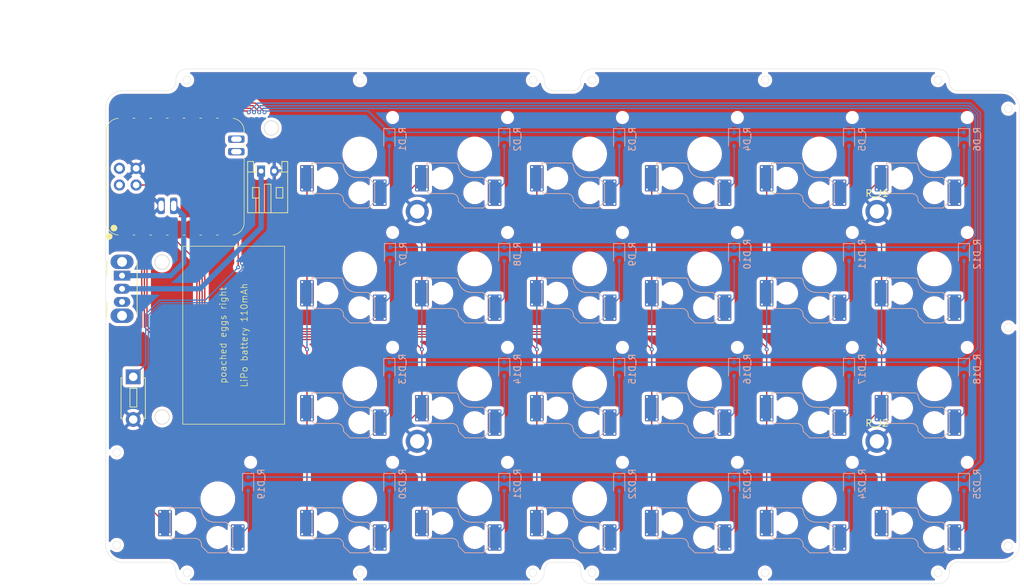
<source format=kicad_pcb>
(kicad_pcb (version 20240108) (generator "pcbnew") (generator_version "8.0")
  (title_block (title "poached_eggs_right") (date "2024-08-18") (rev "0") (company "omuken"))
  (layers (0 "F.Cu" signal) (31 "B.Cu" signal) (34 "B.Paste" user) (35 "F.Paste" user) (36 "B.SilkS" user "B.Silkscreen") (37 "F.SilkS" user "F.Silkscreen") (38 "B.Mask" user) (39 "F.Mask" user) (44 "Edge.Cuts" user))
  (net 0 "")
  (net 1 "Net-(R_D1-A)")
  (net 2 "R_Row0")
  (net 3 "Net-(R_D2-A)")
  (net 4 "Net-(R_D3-A)")
  (net 5 "Net-(R_D4-A)")
  (net 6 "Net-(R_D5-A)")
  (net 7 "Net-(R_D6-A)")
  (net 8 "R_Row1")
  (net 9 "Net-(R_D7-A)")
  (net 10 "Net-(R_D8-A)")
  (net 11 "Net-(R_D9-A)")
  (net 12 "Net-(R_D10-A)")
  (net 13 "Net-(R_D11-A)")
  (net 14 "Net-(R_D12-A)")
  (net 15 "Net-(R_D13-A)")
  (net 16 "R_Row2")
  (net 17 "Net-(R_D14-A)")
  (net 18 "Net-(R_D15-A)")
  (net 19 "Net-(R_D16-A)")
  (net 20 "Net-(R_D17-A)")
  (net 21 "Net-(R_D18-A)")
  (net 22 "Net-(R_D19-A)")
  (net 23 "R_Row3")
  (net 24 "Net-(R_D20-A)")
  (net 25 "Net-(R_D21-A)")
  (net 26 "Net-(R_D22-A)")
  (net 27 "Net-(R_D23-A)")
  (net 28 "Net-(R_D24-A)")
  (net 29 "Net-(R_D25-A)")
  (net 30 "R_GND")
  (net 31 "Net-(R_J_LiPo1-Pin_1)")
  (net 32 "Col8")
  (net 33 "Col9")
  (net 34 "Col10")
  (net 35 "Col11")
  (net 36 "Col12")
  (net 37 "Col13")
  (net 38 "Col7")
  (net 40 "R_Bat+")
  (net 41 "R_Reset")
  (net 47 "R_VCC")
  (footprint "Button_Switch_THT:SW_PUSH_1P1T_6x3.5mm_H4.3_APEM_MJTP1243_3d" (layer "F.Cu") (at 44.2 101.88 -90)
    (property "Reference" "R_SW_Reset1" (hide yes))
    (property "Value" "SW_PUSH")
  )
  (footprint "Button_Switch_THT:SW_Slide_SPDT_Angled_CK_OS102011MA1Q" (layer "F.Cu") (at 42.5 86.475 -90)
    (property "Reference" "R_SW_LiPo1" (hide yes))
    (property "Value" "SW_SPDT")
  )
  (footprint "MountingHole:MountingHole_2.2mm_M2_ISO7380_Pad" (layer "F.Cu") (at 157.45 76.7)
    (property "Reference" "R_J1")
    (property "Value" "Conn_01x01")
  )
  (footprint "Connectors_JST:JST_PH_S2B-PH-K_02x2.00mm_Angled_3d_wegg" (layer "F.Cu") (at 63.675 70.5494)
    (property "Reference" "R_J_LiPo1" (hide yes))
    (property "Value" "Conn_01x02" (hide yes))
  )
  (footprint "SeeedStudio_XIAO_nRF52840_v1.1_KiCAD:XIAO-nRF52840-SMD_via" (layer "F.Cu") (at 50.67 71.35 90)
    (property "Reference" "R_U1" (hide yes))
    (property "Value" "XIAO-nRF52840-SMD" (hide yes))
  )
  (footprint "MountingHole:MountingHole_2.2mm_M2_ISO7380_Pad" (layer "F.Cu") (at 87.45 76.7)
    (property "Reference" "R_J3" (hide yes))
    (property "Value" "Conn_01x01")
  )
  (footprint "MountingHole:MountingHole_2.2mm_M2_ISO7380_Pad" (layer "F.Cu") (at 157.45 111.7)
    (property "Reference" "R_J2")
    (property "Value" "Conn_01x01")
  )
  (footprint "MountingHole:MountingHole_2.2mm_M2_ISO7380_Pad" (layer "F.Cu") (at 87.45 111.7)
    (property "Reference" "R_J4" (hide yes))
    (property "Value" "Conn_01x01")
  )
  (footprint "Diode_SMD:D_SOD-323" (layer "B.Cu") (at 135.7 65.7 -90)
    (property "Reference" "R_D4")
    (property "Value" "D")
  )
  (footprint "kbd_SW:Choc_v2_Hotswap_1u_17.5mm" (layer "B.Cu") (at 96.2 120.45 180)
    (property "Reference" "R_SW21" (hide yes))
    (property "Value" "SW_PUSH" (hide yes))
  )
  (footprint "Diode_SMD:D_SOD-323" (layer "B.Cu") (at 153.2 118.2 -90)
    (property "Reference" "R_D24")
    (property "Value" "D")
  )
  (footprint "kbd_SW:Choc_v2_Hotswap_1u_17.5mm" (layer "B.Cu") (at 113.7 67.95 180)
    (property "Reference" "R_SW3" (hide yes))
    (property "Value" "SW_PUSH" (hide yes))
  )
  (footprint "Diode_SMD:D_SOD-323" (layer "B.Cu") (at 118.2 83.2 -90)
    (property "Reference" "R_D9")
    (property "Value" "D")
  )
  (footprint "kbd_SW:Choc_v2_Hotswap_1u_17.5mm" (layer "B.Cu") (at 166.2 120.45 180)
    (property "Reference" "R_SW25" (hide yes))
    (property "Value" "SW_PUSH" (hide yes))
  )
  (footprint "Diode_SMD:D_SOD-323" (layer "B.Cu") (at 170.7 118.2 -90)
    (property "Reference" "R_D25")
    (property "Value" "D")
  )
  (footprint "kbd_SW:Choc_v2_Hotswap_1u_17.5mm" (layer "B.Cu") (at 131.2 120.45 180)
    (property "Reference" "R_SW23" (hide yes))
    (property "Value" "SW_PUSH" (hide yes))
  )
  (footprint "Diode_SMD:D_SOD-323" (layer "B.Cu") (at 83.2 65.7 -90)
    (property "Reference" "R_D1")
    (property "Value" "D")
  )
  (footprint "kbd_SW:Choc_v2_Hotswap_1u_17.5mm" (layer "B.Cu") (at 166.2 67.95 180)
    (property "Reference" "R_SW6" (hide yes))
    (property "Value" "SW_PUSH" (hide yes))
  )
  (footprint "Diode_SMD:D_SOD-323" (layer "B.Cu") (at 100.7 83.2 -90)
    (property "Reference" "R_D8")
    (property "Value" "D")
  )
  (footprint "kbd_SW:Choc_v2_Hotswap_1u_17.5mm" (layer "B.Cu") (at 113.7 102.95 180)
    (property "Reference" "R_SW15" (hide yes))
    (property "Value" "SW_PUSH" (hide yes))
  )
  (footprint "Diode_SMD:D_SOD-323" (layer "B.Cu") (at 153.2 65.7 -90)
    (property "Reference" "R_D5")
    (property "Value" "D")
  )
  (footprint "Diode_SMD:D_SOD-323" (layer "B.Cu") (at 100.7 65.7 -90)
    (property "Reference" "R_D2")
    (property "Value" "D")
  )
  (footprint "kbd_SW:Choc_v2_Hotswap_1u_17.5mm" (layer "B.Cu") (at 131.2 67.95 180)
    (property "Reference" "R_SW4" (hide yes))
    (property "Value" "SW_PUSH" (hide yes))
  )
  (footprint "Diode_SMD:D_SOD-323" (layer "B.Cu") (at 100.7 100.7 -90)
    (property "Reference" "R_D14")
    (property "Value" "D")
  )
  (footprint "Diode_SMD:D_SOD-323" (layer "B.Cu") (at 170.7 65.7 -90)
    (property "Reference" "R_D6")
    (property "Value" "D")
  )
  (footprint "kbd_SW:Choc_v2_Hotswap_1u_17.5mm" (layer "B.Cu") (at 57.08 120.45 180)
    (property "Reference" "R_SW19" (hide yes))
    (property "Value" "SW_PUSH" (hide yes))
  )
  (footprint "kbd_SW:Choc_v2_Hotswap_1u_17.5mm" (layer "B.Cu") (at 166.2 102.95 180)
    (property "Reference" "R_SW18" (hide yes))
    (property "Value" "SW_PUSH" (hide yes))
  )
  (footprint "Diode_SMD:D_SOD-323" (layer "B.Cu") (at 83.2 118.2 -90)
    (property "Reference" "R_D20")
    (property "Value" "D")
  )
  (footprint "kbd_SW:Choc_v2_Hotswap_1u_17.5mm" (layer "B.Cu") (at 148.7 67.95 180)
    (property "Reference" "R_SW5" (hide yes))
    (property "Value" "SW_PUSH" (hide yes))
  )
  (footprint "Diode_SMD:D_SOD-323" (layer "B.Cu") (at 170.7 100.7 -90)
    (property "Reference" "R_D18")
    (property "Value" "D")
  )
  (footprint "Diode_SMD:D_SOD-323" (layer "B.Cu") (at 153.2 100.7 -90)
    (property "Reference" "R_D17")
    (property "Value" "D")
  )
  (footprint "kbd_SW:Choc_v2_Hotswap_1u_17.5mm" (layer "B.Cu") (at 131.2 85.45 180)
    (property "Reference" "R_SW10" (hide yes))
    (property "Value" "SW_PUSH" (hide yes))
  )
  (footprint "kbd_SW:Choc_v2_Hotswap_1u_17.5mm" (layer "B.Cu") (at 78.7 120.45 180)
    (property "Reference" "R_SW20" (hide yes))
    (property "Value" "SW_PUSH" (hide yes))
  )
  (footprint "Diode_SMD:D_SOD-323" (layer "B.Cu") (at 83.3 83.2 -90)
    (property "Reference" "R_D7")
    (property "Value" "D")
  )
  (footprint "Diode_SMD:D_SOD-323" (layer "B.Cu") (at 135.7 100.7 -90)
    (property "Reference" "R_D16")
    (property "Value" "D")
  )
  (footprint "kbd_SW:Choc_v2_Hotswap_1u_17.5mm" (layer "B.Cu") (at 96.2 67.95 180)
    (property "Reference" "R_SW2" (hide yes))
    (property "Value" "SW_PUSH" (hide yes))
  )
  (footprint "kbd_SW:Choc_v2_Hotswap_1u_17.5mm" (layer "B.Cu") (at 78.7 85.45 180)
    (property "Reference" "R_SW7" (hide yes))
    (property "Value" "SW_PUSH" (hide yes))
  )
  (footprint "kbd_SW:Choc_v2_Hotswap_1u_17.5mm" (layer "B.Cu") (at 78.7 102.95 180)
    (property "Reference" "R_SW13" (hide yes))
    (property "Value" "SW_PUSH" (hide yes))
  )
  (footprint "Diode_SMD:D_SOD-323" (layer "B.Cu") (at 100.7 118.2 -90)
    (property "Reference" "R_D21")
    (property "Value" "D")
  )
  (footprint "kbd_SW:Choc_v2_Hotswap_1u_17.5mm" (layer "B.Cu") (at 148.7 102.95 180)
    (property "Reference" "R_SW17" (hide yes))
    (property "Value" "SW_PUSH" (hide yes))
  )
  (footprint "kbd_SW:Choc_v2_Hotswap_1u_17.5mm" (layer "B.Cu") (at 96.2 102.95 180)
    (property "Reference" "R_SW14" (hide yes))
    (property "Value" "SW_PUSH" (hide yes))
  )
  (footprint "Diode_SMD:D_SOD-323" (layer "B.Cu") (at 135.7 83.2 -90)
    (property "Reference" "R_D10")
    (property "Value" "D")
  )
  (footprint "kbd_SW:Choc_v2_Hotswap_1u_17.5mm" (layer "B.Cu") (at 78.7 67.95 180)
    (property "Reference" "R_SW1" (hide yes))
    (property "Value" "SW_PUSH" (hide yes))
  )
  (footprint "Diode_SMD:D_SOD-323" (layer "B.Cu") (at 170.7 83.2 -90)
    (property "Reference" "R_D12")
    (property "Value" "D")
  )
  (footprint "kbd_SW:Choc_v2_Hotswap_1u_17.5mm" (layer "B.Cu") (at 113.7 120.45 180)
    (property "Reference" "R_SW22" (hide yes))
    (property "Value" "SW_PUSH" (hide yes))
  )
  (footprint "kbd_SW:Choc_v2_Hotswap_1u_17.5mm" (layer "B.Cu") (at 113.7 85.45 180)
    (property "Reference" "R_SW9" (hide yes))
    (property "Value" "SW_PUSH" (hide yes))
  )
  (footprint "Diode_SMD:D_SOD-323" (layer "B.Cu") (at 118.2 65.7 -90)
    (property "Reference" "R_D3")
    (property "Value" "D")
  )
  (footprint "Diode_SMD:D_SOD-323" (layer "B.Cu") (at 118.2 100.7 -90)
    (property "Reference" "R_D15")
    (property "Value" "D")
  )
  (footprint "kbd_SW:Choc_v2_Hotswap_1u_17.5mm" (layer "B.Cu") (at 131.2 102.95 180)
    (property "Reference" "R_SW16" (hide yes))
    (property "Value" "SW_PUSH" (hide yes))
  )
  (footprint "Diode_SMD:D_SOD-323" (layer "B.Cu") (at 83.2 100.7 -90)
    (property "Reference" "R_D13")
    (property "Value" "D")
  )
  (footprint "kbd_SW:Choc_v2_Hotswap_1u_17.5mm" (layer "B.Cu") (at 96.2 85.45 180)
    (property "Reference" "R_SW8" (hide yes))
    (property "Value" "SW_PUSH" (hide yes))
  )
  (footprint "Diode_SMD:D_SOD-323" (layer "B.Cu") (at 135.7 118.2 -90)
    (property "Reference" "R_D23")
    (property "Value" "D")
  )
  (footprint "kbd_SW:Choc_v2_Hotswap_1u_17.5mm" (layer "B.Cu") (at 148.7 120.45 180)
    (property "Reference" "R_SW24" (hide yes))
    (property "Value" "SW_PUSH" (hide yes))
  )
  (footprint "Diode_SMD:D_SOD-323" (layer "B.Cu") (at 118.2 118.2 -90)
    (property "Reference" "R_D22")
    (property "Value" "D")
  )
  (footprint "kbd_SW:Choc_v2_Hotswap_1u_17.5mm" (layer "B.Cu") (at 148.7 85.45 180)
    (property "Reference" "R_SW11" (hide yes))
    (property "Value" "SW_PUSH" (hide yes))
  )
  (footprint "Diode_SMD:D_SOD-323" (layer "B.Cu") (at 61.7 118.2 -90)
    (property "Reference" "R_D19")
    (property "Value" "D")
  )
  (footprint "Diode_SMD:D_SOD-323" (layer "B.Cu") (at 153.2 83.2 -90)
    (property "Reference" "R_D11")
    (property "Value" "D")
  )
  (footprint "kbd_SW:Choc_v2_Hotswap_1u_17.5mm" (layer "B.Cu") (at 166.2 85.45 180)
    (property "Reference" "R_SW12" (hide yes))
    (property "Value" "SW_PUSH" (hide yes))
  )
  (gr_line (start 67.2442 82.0004) (end 67.2442 109.1004) (stroke (width 0.1)) (layer "F.SilkS"))
  (gr_line (start 51.7442 82.0004) (end 67.2442 82.0004) (stroke (width 0.1)) (layer "F.SilkS"))
  (gr_line (start 51.7442 109.1004) (end 51.7442 82.0004) (stroke (width 0.1)) (layer "F.SilkS"))
  (gr_line (start 67.2442 109.1004) (end 51.7442 109.1004) (stroke (width 0.1)) (layer "F.SilkS"))
  (gr_circle (center 114.075 56.7) (end 114.675 56.7) (stroke (width 0.05)) (fill none) (layer "Edge.Cuts"))
  (gr_line (start 105.075 55) (end 52.4 55) (stroke (width 0.05)) (layer "Edge.Cuts"))
  (gr_circle (center 48.6 108) (end 49.7 108) (stroke (width 0.1)) (fill none) (layer "Edge.Cuts"))
  (gr_circle (center 177.45 61.05) (end 178.05 61.05) (stroke (width 0.05)) (fill none) (layer "Edge.Cuts"))
  (gr_arc (start 106.775 131.4) (mid 107.155761 130.480761) (end 108.075 130.1) (stroke (width 0.05)) (layer "Edge.Cuts"))
  (gr_arc (start 169.75 58.3) (mid 168.830761 57.919239) (end 168.45 57) (stroke (width 0.05)) (layer "Edge.Cuts"))
  (gr_line (start 112.375 131.4) (end 112.375 131.7) (stroke (width 0.05)) (layer "Edge.Cuts"))
  (gr_line (start 114.075 133.4) (end 166.75 133.4) (stroke (width 0.05)) (layer "Edge.Cuts"))
  (gr_circle (center 140.4125 131.7) (end 141.0125 131.7) (stroke (width 0.05)) (fill none) (layer "Edge.Cuts"))
  (gr_circle (center 48.6 84.4) (end 49.7 84.4) (stroke (width 0.1)) (fill none) (layer "Edge.Cuts"))
  (gr_line (start 50.7 56.7) (end 50.7 57) (stroke (width 0.05)) (layer "Edge.Cuts"))
  (gr_arc (start 50.7 57) (mid 50.319239 57.919239) (end 49.4 58.3) (stroke (width 0.05)) (layer "Edge.Cuts"))
  (gr_circle (center 52.4 56.7) (end 53 56.7) (stroke (width 0.05)) (fill none) (layer "Edge.Cuts"))
  (gr_line (start 108.075 130.1) (end 111.075 130.1) (stroke (width 0.05)) (layer "Edge.Cuts"))
  (gr_circle (center 105.075 131.7) (end 105.675 131.7) (stroke (width 0.05)) (fill none) (layer "Edge.Cuts"))
  (gr_line (start 50.7 131.4) (end 50.7 131.7) (stroke (width 0.05)) (layer "Edge.Cuts"))
  (gr_line (start 112.375 56.7) (end 112.375 57) (stroke (width 0.05)) (layer "Edge.Cuts"))
  (gr_circle (center 166.75 131.7) (end 167.35 131.7) (stroke (width 0.05)) (fill none) (layer "Edge.Cuts"))
  (gr_circle (center 177.45 127.65) (end 178.05 127.65) (stroke (width 0.05)) (fill none) (layer "Edge.Cuts"))
  (gr_arc (start 166.75 55) (mid 167.952082 55.497918) (end 168.45 56.7) (stroke (width 0.05)) (layer "Edge.Cuts"))
  (gr_line (start 111.075 58.3) (end 108.075 58.3) (stroke (width 0.05)) (layer "Edge.Cuts"))
  (gr_arc (start 50.7 56.7) (mid 51.197918 55.497918) (end 52.4 55) (stroke (width 0.05)) (layer "Edge.Cuts"))
  (gr_arc (start 52.4 133.4) (mid 51.197918 132.902082) (end 50.7 131.7) (stroke (width 0.05)) (layer "Edge.Cuts"))
  (gr_line (start 166.75 55) (end 114.075 55) (stroke (width 0.05)) (layer "Edge.Cuts"))
  (gr_arc (start 176.55 58.3) (mid 178.388478 59.061522) (end 179.15 60.9) (stroke (width 0.05)) (layer "Edge.Cuts"))
  (gr_circle (center 78.7375 131.7) (end 79.3375 131.7) (stroke (width 0.05)) (fill none) (layer "Edge.Cuts"))
  (gr_arc (start 106.775 131.7) (mid 106.277082 132.902082) (end 105.075 133.4) (stroke (width 0.05)) (layer "Edge.Cuts"))
  (gr_line (start 49.4 58.3) (end 42.6 58.3) (stroke (width 0.05)) (layer "Edge.Cuts"))
  (gr_line (start 52.4 133.4) (end 105.075 133.4) (stroke (width 0.05)) (layer "Edge.Cuts"))
  (gr_circle (center 41.7 127.5) (end 42.3 127.5) (stroke (width 0.05)) (fill none) (layer "Edge.Cuts"))
  (gr_line (start 168.45 57) (end 168.45 56.7) (stroke (width 0.05)) (layer "Edge.Cuts"))
  (gr_arc (start 108.075 58.3) (mid 107.155761 57.919239) (end 106.775 57) (stroke (width 0.05)) (layer "Edge.Cuts"))
  (gr_arc (start 105.075 55) (mid 106.277082 55.497918) (end 106.775 56.7) (stroke (width 0.05)) (layer "Edge.Cuts"))
  (gr_line (start 179.15 127.5) (end 179.15 60.9) (stroke (width 0.05)) (layer "Edge.Cuts"))
  (gr_arc (start 168.45 131.4) (mid 168.830761 130.480761) (end 169.75 130.1) (stroke (width 0.05)) (layer "Edge.Cuts"))
  (gr_line (start 106.775 131.7) (end 106.775 131.4) (stroke (width 0.05)) (layer "Edge.Cuts"))
  (gr_circle (center 166.75 56.7) (end 167.35 56.7) (stroke (width 0.05)) (fill none) (layer "Edge.Cuts"))
  (gr_circle (center 177.45 94.35) (end 178.05 94.35) (stroke (width 0.05)) (fill none) (layer "Edge.Cuts"))
  (gr_circle (center 41.7 113.4) (end 42.3 113.4) (stroke (width 0.05)) (fill none) (layer "Edge.Cuts"))
  (gr_arc (start 40 60.9) (mid 40.761522 59.061522) (end 42.6 58.3) (stroke (width 0.05)) (layer "Edge.Cuts"))
  (gr_line (start 176.55 58.3) (end 169.75 58.3) (stroke (width 0.05)) (layer "Edge.Cuts"))
  (gr_arc (start 111.075 130.1) (mid 111.994239 130.480761) (end 112.375 131.4) (stroke (width 0.05)) (layer "Edge.Cuts"))
  (gr_arc (start 112.375 56.7) (mid 112.872918 55.497918) (end 114.075 55) (stroke (width 0.05)) (layer "Edge.Cuts"))
  (gr_circle (center 65.23 63.99) (end 66.33 63.99) (stroke (width 0.1)) (fill none) (layer "Edge.Cuts"))
  (gr_line (start 40 60.9) (end 40 127.5) (stroke (width 0.05)) (layer "Edge.Cuts"))
  (gr_arc (start 42.6 130.1) (mid 40.761522 129.338478) (end 40 127.5) (stroke (width 0.05)) (layer "Edge.Cuts"))
  (gr_arc (start 114.075 133.4) (mid 112.872918 132.902082) (end 112.375 131.7) (stroke (width 0.05)) (layer "Edge.Cuts"))
  (gr_circle (center 114.075 131.7) (end 114.675 131.7) (stroke (width 0.05)) (fill none) (layer "Edge.Cuts"))
  (gr_arc (start 168.45 131.7) (mid 167.952082 132.902082) (end 166.75 133.4) (stroke (width 0.05)) (layer "Edge.Cuts"))
  (gr_circle (center 52.4 131.7) (end 53 131.7) (stroke (width 0.05)) (fill none) (layer "Edge.Cuts"))
  (gr_circle (center 78.7375 56.7) (end 79.3375 56.7) (stroke (width 0.05)) (fill none) (layer "Edge.Cuts"))
  (gr_arc (start 112.375 57) (mid 111.994239 57.919239) (end 111.075 58.3) (stroke (width 0.05)) (layer "Edge.Cuts"))
  (gr_circle (center 105.075 56.7) (end 105.675 56.7) (stroke (width 0.05)) (fill none) (layer "Edge.Cuts"))
  (gr_line (start 168.45 131.7) (end 168.45 131.4) (stroke (width 0.05)) (layer "Edge.Cuts"))
  (gr_arc (start 49.4 130.1) (mid 50.319239 130.480761) (end 50.7 131.4) (stroke (width 0.05)) (layer "Edge.Cuts"))
  (gr_line (start 169.75 130.1) (end 176.55 130.1) (stroke (width 0.05)) (layer "Edge.Cuts"))
  (gr_circle (center 140.4125 56.7) (end 141.0125 56.7) (stroke (width 0.05)) (fill none) (layer "Edge.Cuts"))
  (gr_line (start 42.6 130.1) (end 49.4 130.1) (stroke (width 0.05)) (layer "Edge.Cuts"))
  (gr_arc (start 179.15 127.5) (mid 178.388478 129.338478) (end 176.55 130.1) (stroke (width 0.05)) (layer "Edge.Cuts"))
  (gr_line (start 106.775 57) (end 106.775 56.7) (stroke (width 0.05)) (layer "Edge.Cuts"))
  (gr_text "poached eggs right\n\nLiPo battery 110mAh" (at 59.4942 95.5504 90) (layer "F.SilkS") (effects (font (size 1 1) (thickness 0.1))))
  (segment (start 83.2 66.75) (end 83.2 72.3875) (width 0.2) (layer "B.Cu") (net 1))
  (segment (start 83.2 72.3875) (end 81.7375 73.85) (width 0.2) (layer "B.Cu") (net 1))
  (segment (start 52.3 60.2) (end 50.67 61.83) (width 0.2) (layer "F.Cu") (net 2))
  (segment (start 50.67 61.83) (end 50.67 63.295) (width 0.2) (layer "F.Cu") (net 2))
  (segment (start 64.2 61.551471) (end 62.848529 60.2) (width 0.2) (layer "F.Cu") (net 2))
  (segment (start 64.2 61.6) (end 64.2 61.551471) (width 0.2) (layer "F.Cu") (net 2))
  (segment (start 62.848529 60.2) (end 52.3 60.2) (width 0.2) (layer "F.Cu") (net 2))
  (via (at 64.2 61.6) (size 0.6) (drill 0.3) (layers "F.Cu" "B.Cu") (net 2))
  (segment (start 64.4 61.4) (end 79.95 61.4) (width 0.2) (layer "B.Cu") (net 2))
  (segment (start 79.95 61.4) (end 83.2 64.65) (width 0.2) (layer "B.Cu") (net 2))
  (segment (start 83.2 64.65) (end 170.7 64.65) (width 0.2) (layer "B.Cu") (net 2))
  (segment (start 64.2 61.6) (end 64.4 61.4) (width 0.2) (layer "B.Cu") (net 2))
  (segment (start 100.7 66.75) (end 100.7 72.3875) (width 0.2) (layer "B.Cu") (net 3))
  (segment (start 100.7 72.3875) (end 99.2375 73.85) (width 0.2) (layer "B.Cu") (net 3))
  (segment (start 118.2 72.3875) (end 116.7375 73.85) (width 0.2) (layer "B.Cu") (net 4))
  (segment (start 118.2 66.75) (end 118.2 72.3875) (width 0.2) (layer "B.Cu") (net 4))
  (segment (start 135.7 72.3875) (end 134.2375 73.85) (width 0.2) (layer "B.Cu") (net 5))
  (segment (start 135.7 66.75) (end 135.7 72.3875) (width 0.2) (layer "B.Cu") (net 5))
  (segment (start 153.2 66.75) (end 153.2 72.3875) (width 0.2) (layer "B.Cu") (net 6))
  (segment (start 153.2 72.3875) (end 151.7375 73.85) (width 0.2) (layer "B.Cu") (net 6))
  (segment (start 170.7 72.3875) (end 169.2375 73.85) (width 0.2) (layer "B.Cu") (net 7))
  (segment (start 170.7 66.75) (end 170.7 72.3875) (width 0.2) (layer "B.Cu") (net 7))
  (segment (start 53.21 61.79) (end 53.21 63.295) (width 0.2) (layer "F.Cu") (net 8))
  (segment (start 62.448529 60.6) (end 54.4 60.6) (width 0.2) (layer "F.Cu") (net 8))
  (segment (start 54.4 60.6) (end 53.21 61.79) (width 0.2) (layer "F.Cu") (net 8))
  (segment (start 63.4 61.6) (end 63.4 61.551471) (width 0.2) (layer "F.Cu") (net 8))
  (segment (start 63.4 61.551471) (end 62.448529 60.6) (width 0.2) (layer "F.Cu") (net 8))
  (via (at 63.4 61.6) (size 0.6) (drill 0.3) (layers "F.Cu" "B.Cu") (net 8))
  (segment (start 63.4 61.6) (end 63.4 61.551471) (width 0.2) (layer "B.Cu") (net 8))
  (segment (start 172.4 62.031372) (end 172.4 80.45) (width 0.2) (layer "B.Cu") (net 8))
  (segment (start 171.368628 61) (end 172.4 62.031372) (width 0.2) (layer "B.Cu") (net 8))
  (segment (start 63.951471 61) (end 171.368628 61) (width 0.2) (layer "B.Cu") (net 8))
  (segment (start 172.4 80.45) (end 170.7 82.15) (width 0.2) (layer "B.Cu") (net 8))
  (segment (start 63.4 61.551471) (end 63.951471 61) (width 0.2) (layer "B.Cu") (net 8))
  (segment (start 83.3 82.15) (end 170.7 82.15) (width 0.2) (layer "B.Cu") (net 8))
  (segment (start 83.3 89.7875) (end 81.7375 91.35) (width 0.2) (layer "B.Cu") (net 9))
  (segment (start 83.3 84.25) (end 83.3 89.7875) (width 0.2) (layer "B.Cu") (net 9))
  (segment (start 100.7 89.8875) (end 99.2375 91.35) (width 0.2) (layer "B.Cu") (net 10))
  (segment (start 100.7 84.25) (end 100.7 89.8875) (width 0.2) (layer "B.Cu") (net 10))
  (segment (start 118.2 89.8875) (end 116.7375 91.35) (width 0.2) (layer "B.Cu") (net 11))
  (segment (start 118.2 84.25) (end 118.2 89.8875) (width 0.2) (layer "B.Cu") (net 11))
  (segment (start 135.7 84.25) (end 135.7 89.8875) (width 0.2) (layer "B.Cu") (net 12))
  (segment (start 135.7 89.8875) (end 134.2375 91.35) (width 0.2) (layer "B.Cu") (net 12))
  (segment (start 153.2 89.8875) (end 151.7375 91.35) (width 0.2) (layer "B.Cu") (net 13))
  (segment (start 153.2 84.25) (end 153.2 89.8875) (width 0.2) (layer "B.Cu") (net 13))
  (segment (start 170.7 89.8875) (end 169.2375 91.35) (width 0.2) (layer "B.Cu") (net 14))
  (segment (start 170.7 84.25) (end 170.7 89.8875) (width 0.2) (layer "B.Cu") (net 14))
  (segment (start 83.2 101.75) (end 83.2 107.3875) (width 0.2) (layer "B.Cu") (net 15))
  (segment (start 83.2 107.3875) (end 81.7375 108.85) (width 0.2) (layer "B.Cu") (net 15))
  (segment (start 55.75 61.85) (end 55.75 63.295) (width 0.2) (layer "F.Cu") (net 16))
  (segment (start 62.6 61.6) (end 62.6 61.551471) (width 0.2) (layer "F.Cu") (net 16))
  (segment (start 56.6 61) (end 55.75 61.85) (width 0.2) (layer "F.Cu") (net 16))
  (segment (start 62.048529 61) (end 56.6 61) (width 0.2) (layer "F.Cu") (net 16))
  (segment (start 62.6 61.551471) (end 62.048529 61) (width 0.2) (layer "F.Cu") (net 16))
  (via (at 62.6 61.6) (size 0.6) (drill 0.3) (layers "F.Cu" "B.Cu") (net 16))
  (segment (start 63.551471 60.6) (end 171.534314 60.6) (width 0.2) (layer "B.Cu") (net 16))
  (segment (start 62.6 61.551471) (end 63.551471 60.6) (width 0.2) (layer "B.Cu") (net 16))
  (segment (start 172.8 97.55) (end 170.7 99.65) (width 0.2) (layer "B.Cu") (net 16))
  (segment (start 62.6 61.6) (end 62.6 61.551471) (width 0.2) (layer "B.Cu") (net 16))
  (segment (start 83.2 99.65) (end 170.7 99.65) (width 0.2) (layer "B.Cu") (net 16))
  (segment (start 171.534314 60.6) (end 172.8 61.865686) (width 0.2) (layer "B.Cu") (net 16))
  (segment (start 172.8 61.865686) (end 172.8 97.55) (width 0.2) (layer "B.Cu") (net 16))
  (segment (start 100.7 101.75) (end 100.7 107.3875) (width 0.2) (layer "B.Cu") (net 17))
  (segment (start 100.7 107.3875) (end 99.2375 108.85) (width 0.2) (layer "B.Cu") (net 17))
  (segment (start 118.2 107.3875) (end 116.7375 108.85) (width 0.2) (layer "B.Cu") (net 18))
  (segment (start 118.2 101.75) (end 118.2 107.3875) (width 0.2) (layer "B.Cu") (net 18))
  (segment (start 135.7 101.75) (end 135.7 107.3875) (width 0.2) (layer "B.Cu") (net 19))
  (segment (start 135.7 107.3875) (end 134.2375 108.85) (width 0.2) (layer "B.Cu") (net 19))
  (segment (start 153.2 101.75) (end 153.2 107.3875) (width 0.2) (layer "B.Cu") (net 20))
  (segment (start 153.2 107.3875) (end 151.7375 108.85) (width 0.2) (layer "B.Cu") (net 20))
  (segment (start 170.7 101.75) (end 170.7 107.3875) (width 0.2) (layer "B.Cu") (net 21))
  (segment (start 170.7 107.3875) (end 169.2375 108.85) (width 0.2) (layer "B.Cu") (net 21))
  (segment (start 61.7 124.7675) (end 60.1175 126.35) (width 0.2) (layer "B.Cu") (net 22))
  (segment (start 61.7 119.25) (end 61.7 124.7675) (width 0.2) (layer "B.Cu") (net 22))
  (segment (start 61.6 61.4) (end 58.8 61.4) (width 0.2) (layer "F.Cu") (net 23))
  (segment (start 61.8 61.6) (end 61.6 61.4) (width 0.2) (layer "F.Cu") (net 23))
  (segment (start 58.29 61.91) (end 58.29 63.295) (width 0.2) (layer "F.Cu") (net 23))
  (segment (start 58.8 61.4) (end 58.29 61.91) (width 0.2) (layer "F.Cu") (net 23))
  (via (at 61.8 61.6) (size 0.6) (drill 0.3) (layers "F.Cu" "B.Cu") (net 23))
  (segment (start 173.2 61.7) (end 173.2 114.65) (width 0.2) (layer "B.Cu") (net 23))
  (segment (start 173.2 114.65) (end 170.7 117.15) (width 0.2) (layer "B.Cu") (net 23))
  (segment (start 63.151471 60.2) (end 171.7 60.2) (width 0.2) (layer "B.Cu") (net 23))
  (segment (start 61.8 61.551471) (end 63.151471 60.2) (width 0.2) (layer "B.Cu") (net 23))
  (segment (start 61.8 61.6) (end 61.8 61.551471) (width 0.2) (layer "B.Cu") (net 23))
  (segment (start 171.7 60.2) (end 173.2 61.7) (width 0.2) (layer "B.Cu") (net 23))
  (segment (start 61.7 117.15) (end 170.7 117.15) (width 0.2) (layer "B.Cu") (net 23))
  (segment (start 83.2 119.25) (end 83.2 124.8875) (width 0.2) (layer "B.Cu") (net 24))
  (segment (start 83.2 124.8875) (end 81.7375 126.35) (width 0.2) (layer "B.Cu") (net 24))
  (segment (start 100.7 124.8875) (end 99.2375 126.35) (width 0.2) (layer "B.Cu") (net 25))
  (segment (start 100.7 119.25) (end 100.7 124.8875) (width 0.2) (layer "B.Cu") (net 25))
  (segment (start 118.2 119.25) (end 118.2 124.8875) (width 0.2) (layer "B.Cu") (net 26))
  (segment (start 118.2 124.8875) (end 116.7375 126.35) (width 0.2) (layer "B.Cu") (net 26))
  (segment (start 135.7 119.25) (end 135.7 124.8575) (width 0.2) (layer "B.Cu") (net 27))
  (segment (start 135.7 124.8575) (end 134.225 126.3325) (width 0.2) (layer "B.Cu") (net 27))
  (segment (start 153.2 119.25) (end 153.2 124.8875) (width 0.2) (layer "B.Cu") (net 28))
  (segment (start 153.2 124.8875) (end 151.7375 126.35) (width 0.2) (layer "B.Cu") (net 28))
  (segment (start 170.7 119.25) (end 170.7 124.8875) (width 0.2) (layer "B.Cu") (net 29))
  (segment (start 170.7 124.8875) (end 169.2375 126.35) (width 0.2) (layer "B.Cu") (net 29))
  (segment (start 60.785 84.602935) (end 60.785 72.985) (width 0.2) (layer "F.Cu") (net 30))
  (segment (start 45.59 68.19) (end 45.59 63.295) (width 0.2) (layer "F.Cu") (net 30))
  (segment (start 49.5 72.1) (end 45.59 68.19) (width 0.2) (layer "F.Cu") (net 30))
  (segment (start 60.785 72.985) (end 59.9 72.1) (width 0.2) (layer "F.Cu") (net 30))
  (segment (start 59.9 72.1) (end 49.5 72.1) (width 0.2) (layer "F.Cu") (net 30))
  (via (at 60.785 84.602935) (size 0.6) (drill 0.3) (layers "F.Cu" "B.Cu") (net 30))
  (segment (start 48.4 90.6) (end 46.5 92.5) (width 0.2) (layer "B.Cu") (net 30))
  (segment (start 55.633529 90.6) (end 48.4 90.6) (width 0.2) (layer "B.Cu") (net 30))
  (segment (start 60.785 84.602935) (end 60.785 85.448529) (width 0.2) (layer "B.Cu") (net 30))
  (segment (start 46.5 92.5) (end 46.5 106.08) (width 0.2) (layer "B.Cu") (net 30))
  (segment (start 60.785 85.448529) (end 55.633529 90.6) (width 0.2) (layer "B.Cu") (net 30))
  (segment (start 46.5 106.08) (end 44.2 108.38) (width 0.2) (layer "B.Cu") (net 30))
  (segment (start 54.375 88.475) (end 63.675 79.175) (width 0.8) (layer "B.Cu") (net 31))
  (segment (start 63.675 79.175) (end 63.675 70.5494) (width 0.8) (layer "B.Cu") (net 31))
  (segment (start 42.5 88.475) (end 54.375 88.475) (width 0.8) (layer "B.Cu") (net 31))
  (segment (start 70.6625 97.7) (end 70.6625 106.65) (width 0.2) (layer "F.Cu") (net 32))
  (segment (start 70.6625 97.7) (end 69.5625 96.6) (width 0.2) (layer "F.Cu") (net 32))
  (segment (start 70.6625 89.15) (end 70.6625 71.65) (width 0.2) (layer "F.Cu") (net 32))
  (segment (start 70.6625 124.15) (end 70.2125 123.7) (width 0.2) (layer "F.Cu") (net 32))
  (segment (start 48.2 96.6) (end 45.9 94.3) (width 0.2) (layer "F.Cu") (net 32))
  (segment (start 45.9 94.3) (end 45.9 79.77) (width 0.2) (layer "F.Cu") (net 32))
  (segment (start 45.9 79.77) (end 45.59 79.46) (width 0.2) (layer "F.Cu") (net 32))
  (segment (start 69.5625 96.6) (end 48.2 96.6) (width 0.2) (layer "F.Cu") (net 32))
  (segment (start 70.6625 124.15) (end 70.6625 106.65) (width 0.2) (layer "F.Cu") (net 32))
  (via (at 70.6625 97.7) (size 0.6) (drill 0.3) (layers "F.Cu" "B.Cu") (net 32))
  (segment (start 70.6625 97.7) (end 70.6625 89.15) (width 0.2) (layer "B.Cu") (net 32))
  (segment (start 84.7 78.2) (end 84.7 75.1125) (width 0.2) (layer "F.Cu") (net 33))
  (segment (start 86.6625 96.2) (end 48.365686 96.2) (width 0.2) (layer "F.Cu") (net 33))
  (segment (start 88.1625 89.15) (end 88.1625 81.6625) (width 0.2) (layer "F.Cu") (net 33))
  (segment (start 88.1625 124.15) (end 88.1625 116.6625) (width 0.2) (layer "F.Cu") (net 33))
  (segment (start 48.365686 96.2) (end 46.3 94.134314) (width 0.2) (layer "F.Cu") (net 33))
  (segment (start 84.7 113.2) (end 84.7 110.1125) (width 0.2) (layer "F.Cu") (net 33))
  (segment (start 88.1625 97.7) (end 88.1625 106.65) (width 0.2) (layer "F.Cu") (net 33))
  (segment (start 84.7 75.1125) (end 88.1625 71.65) (width 0.2) (layer "F.Cu") (net 33))
  (segment (start 48.13 80.77) (end 48.13 79.46) (width 0.2) (layer "F.Cu") (net 33))
  (segment (start 88.1625 116.6625) (end 84.7 113.2) (width 0.2) (layer "F.Cu") (net 33))
  (segment (start 46.3 82.6) (end 48.13 80.77) (width 0.2) (layer "F.Cu") (net 33))
  (segment (start 88.1625 97.7) (end 86.6625 96.2) (width 0.2) (layer "F.Cu") (net 33))
  (segment (start 46.3 94.134314) (end 46.3 82.6) (width 0.2) (layer "F.Cu") (net 33))
  (segment (start 88.1625 81.6625) (end 84.7 78.2) (width 0.2) (layer "F.Cu") (net 33))
  (segment (start 84.7 110.1125) (end 88.1625 106.65) (width 0.2) (layer "F.Cu") (net 33))
  (via (at 88.1625 97.7) (size 0.6) (drill 0.3) (layers "F.Cu" "B.Cu") (net 33))
  (segment (start 88.1625 97.7) (end 88.1625 89.15) (width 0.2) (layer "B.Cu") (net 33))
  (segment (start 105.6625 89.15) (end 105.6625 71.65) (width 0.2) (layer "F.Cu") (net 34))
  (segment (start 105.6625 97.7) (end 105.6625 106.65) (width 0.2) (layer "F.Cu") (net 34))
  (segment (start 55.284314 95.8) (end 53.9 94.415686) (width 0.2) (layer "F.Cu") (net 34))
  (segment (start 50.67 81.07) (end 50.67 79.46) (width 0.2) (layer "F.Cu") (net 34))
  (segment (start 103.7625 95.8) (end 55.284314 95.8) (width 0.2) (layer "F.Cu") (net 34))
  (segment (start 53.9 94.415686) (end 53.9 84.3) (width 0.2) (layer "F.Cu") (net 34))
  (segment (start 53.9 84.3) (end 50.67 81.07) (width 0.2) (layer "F.Cu") (net 34))
  (segment (start 105.6625 124.15) (end 105.6625 106.65) (width 0.2) (layer "F.Cu") (net 34))
  (segment (start 105.6625 97.7) (end 103.7625 95.8) (width 0.2) (layer "F.Cu") (net 34))
  (via (at 105.6625 97.7) (size 0.6) (drill 0.3) (layers "F.Cu" "B.Cu") (net 34))
  (segment (start 105.6625 97.7) (end 105.6625 89.15) (width 0.2) (layer "B.Cu") (net 34))
  (segment (start 123.1625 97.7) (end 120.8625 95.4) (width 0.2) (layer "F.Cu") (net 35))
  (segment (start 123.15 124.1325) (end 123.15 106.6625) (width 0.2) (layer "F.Cu") (net 35))
  (segment (start 54.3 94.25) (end 54.3 82.1) (width 0.2) (layer "F.Cu") (net 35))
  (segment (start 123.15 106.6625) (end 123.1625 106.65) (width 0.2) (layer "F.Cu") (net 35))
  (segment (start 55.45 95.4) (end 54.3 94.25) (width 0.2) (layer "F.Cu") (net 35))
  (segment (start 123.1625 97.7) (end 123.1625 106.65) (width 0.2) (layer "F.Cu") (net 35))
  (segment (start 54.3 82.1) (end 53.21 81.01) (width 0.2) (layer "F.Cu") (net 35))
  (segment (start 123.15 71.6625) (end 123.1625 71.65) (width 0.2) (layer "F.Cu") (net 35))
  (segment (start 53.21 81.01) (end 53.21 79.46) (width 0.2) (layer "F.Cu") (net 35))
  (segment (start 123.1625 89.15) (end 123.1625 71.65) (width 0.2) (layer "F.Cu") (net 35))
  (segment (start 120.8625 95.4) (end 55.45 95.4) (width 0.2) (layer "F.Cu") (net 35))
  (via (at 123.1625 97.7) (size 0.6) (drill 0.3) (layers "F.Cu" "B.Cu") (net 35))
  (segment (start 123.1625 97.7) (end 123.1625 89.15) (width 0.2) (layer "B.Cu") (net 35))
  (segment (start 140.6625 97.7) (end 140.6625 106.65) (width 0.2) (layer "F.Cu") (net 36))
  (segment (start 140.6625 97.4125) (end 138.25 95) (width 0.2) (layer "F.Cu") (net 36))
  (segment (start 54.7 94.084314) (end 54.7 82.1) (width 0.2) (layer "F.Cu") (net 36))
  (segment (start 55.75 81.05) (end 55.75 79.46) (width 0.2) (layer "F.Cu") (net 36))
  (segment (start 54.7 82.1) (end 55.75 81.05) (width 0.2) (layer "F.Cu") (net 36))
  (segment (start 138.25 95) (end 55.615686 95) (width 0.2) (layer "F.Cu") (net 36))
  (segment (start 140.6625 124.15) (end 140.6625 106.65) (width 0.2) (layer "F.Cu") (net 36))
  (segment (start 140.6625 89.15) (end 140.6625 71.65) (width 0.2) (layer "F.Cu") (net 36))
  (segment (start 55.615686 95) (end 54.7 94.084314) (width 0.2) (layer "F.Cu") (net 36))
  (segment (start 140.6625 97.7) (end 140.6625 97.4125) (width 0.2) (layer "F.Cu") (net 36))
  (via (at 140.6625 97.7) (size 0.6) (drill 0.3) (layers "F.Cu" "B.Cu") (net 36))
  (segment (start 140.6625 97.7) (end 140.6625 89.15) (width 0.2) (layer "B.Cu") (net 36))
  (segment (start 58.29 81.11) (end 58.29 79.46) (width 0.2) (layer "F.Cu") (net 37))
  (segment (start 158.1625 81.6625) (end 154.7 78.2) (width 0.2) (layer "F.Cu") (net 37))
  (segment (start 154.7 75.1125) (end 158.1625 71.65) (width 0.2) (layer "F.Cu") (net 37))
  (segment (start 158.1625 89.15) (end 158.1625 81.6625) (width 0.2) (layer "F.Cu") (net 37))
  (segment (start 154.7 113.2) (end 154.7 110.1125) (width 0.2) (layer "F.Cu") (net 37))
  (segment (start 158.1625 97.7) (end 158.1625 97.4125) (width 0.2) (layer "F.Cu") (net 37))
  (segment (start 154.7 110.1125) (end 158.1625 106.65) (width 0.2) (layer "F.Cu") (net 37))
  (segment (start 158.1625 97.7) (end 158.1625 106.65) (width 0.2) (layer "F.Cu") (net 37))
  (segment (start 155.35 94.6) (end 55.781372 94.6) (width 0.2) (layer "F.Cu") (net 37))
  (segment (start 55.781372 94.6) (end 55.1 93.918628) (width 0.2) (layer "F.Cu") (net 37))
  (segment (start 158.1625 116.6625) (end 154.7 113.2) (width 0.2) (layer "F.Cu") (net 37))
  (segment (start 158.1625 124.15) (end 158.1625 116.6625) (width 0.2) (layer "F.Cu") (net 37))
  (segment (start 55.1 84.3) (end 58.29 81.11) (width 0.2) (layer "F.Cu") (net 37))
  (segment (start 158.1625 97.4125) (end 155.35 94.6) (width 0.2) (layer "F.Cu") (net 37))
  (segment (start 55.1 93.918628) (end 55.1 84.3) (width 0.2) (layer "F.Cu") (net 37))
  (segment (start 154.7 78.2) (end 154.7 75.1125) (width 0.2) (layer "F.Cu") (net 37))
  (via (at 158.1625 97.7) (size 0.6) (drill 0.3) (layers "F.Cu" "B.Cu") (net 37))
  (segment (start 158.1625 97.7) (end 158.1625 89.15) (width 0.2) (layer "B.Cu") (net 37))
  (segment (start 41.3 98.515686) (end 45.5 94.315686) (width 0.2) (layer "F.Cu") (net 38))
  (segment (start 45.5 94.315686) (end 45.5 82.6) (width 0.2) (layer "F.Cu") (net 38))
  (segment (start 44.2 119.3075) (end 44.2 113.38) (width 0.2) (layer "F.Cu") (net 38))
  (segment (start 45.5 82.6) (end 43.05 80.15) (width 0.2) (layer "F.Cu") (net 38))
  (segment (start 44.2 113.38) (end 41.3 110.48) (width 0.2) (layer "F.Cu") (net 38))
  (segment (start 49.0425 124.15) (end 44.2 119.3075) (width 0.2) (layer "F.Cu") (net 38))
  (segment (start 41.3 110.48) (end 41.3 98.515686) (width 0.2) (layer "F.Cu") (net 38))
  (segment (start 43.05 80.15) (end 43.05 79.575) (width 0.2) (layer "F.Cu") (net 38))
  (segment (start 42.5 86.475) (end 49.895 86.475) (width 0.8) (layer "B.Cu") (net 40))
  (segment (start 49.895 86.475) (end 51.89 84.48) (width 0.8) (layer "B.Cu") (net 40))
  (segment (start 51.89 84.48) (end 51.89 77.3835) (width 0.8) (layer "B.Cu") (net 40))
  (segment (start 51.89 77.3835) (end 50.3565 75.85) (width 0.8) (layer "B.Cu") (net 40))
  (segment (start 60.185 73.155) (end 59.705 72.675) (width 0.2) (layer "F.Cu") (net 41))
  (segment (start 59.705 72.675) (end 44.6415 72.675) (width 0.2) (layer "F.Cu") (net 41))
  (segment (start 60.185 85.2) (end 60.185 73.155) (width 0.2) (layer "F.Cu") (net 41))
  (via (at 60.185 85.2) (size 0.6) (drill 0.3) (layers "F.Cu" "B.Cu") (net 41))
  (segment (start 48.234314 90.2) (end 46.1 92.334314) (width 0.2) (layer "B.Cu") (net 41))
  (segment (start 55.185 90.2) (end 48.234314 90.2) (width 0.2) (layer "B.Cu") (net 41))
  (segment (start 60.185 85.2) (end 55.185 90.2) (width 0.2) (layer "B.Cu") (net 41))
  (segment (start 46.1 92.334314) (end 46.1 99.98) (width 0.2) (layer "B.Cu") (net 41))
  (segment (start 46.1 99.98) (end 44.2 101.88) (width 0.2) (layer "B.Cu") (net 41))
  (zone (net 30) (net_name "R_GND") (layers "F&B.Cu") (connect_pads (clearance 0.5)) (min_thickness 0.25) (fill yes (thermal_gap 0.5) (thermal_bridge_width 0.5) (island_removal_mode 2) (island_area_min 10))
    (polygon (pts (xy 39.3 54.5) (xy 39.3 133.9) (xy 179.85 133.9) (xy 179.85 54.5)))
  )
)
</source>
